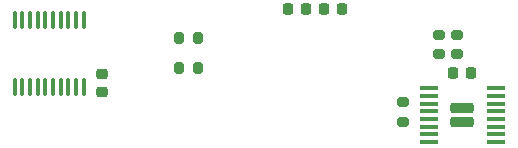
<source format=gtp>
G04 #@! TF.GenerationSoftware,KiCad,Pcbnew,9.0.3*
G04 #@! TF.CreationDate,2025-07-11T16:30:41-04:00*
G04 #@! TF.ProjectId,main,6d61696e-2e6b-4696-9361-645f70636258,rev?*
G04 #@! TF.SameCoordinates,Original*
G04 #@! TF.FileFunction,Paste,Top*
G04 #@! TF.FilePolarity,Positive*
%FSLAX46Y46*%
G04 Gerber Fmt 4.6, Leading zero omitted, Abs format (unit mm)*
G04 Created by KiCad (PCBNEW 9.0.3) date 2025-07-11 16:30:41*
%MOMM*%
%LPD*%
G01*
G04 APERTURE LIST*
G04 Aperture macros list*
%AMRoundRect*
0 Rectangle with rounded corners*
0 $1 Rounding radius*
0 $2 $3 $4 $5 $6 $7 $8 $9 X,Y pos of 4 corners*
0 Add a 4 corners polygon primitive as box body*
4,1,4,$2,$3,$4,$5,$6,$7,$8,$9,$2,$3,0*
0 Add four circle primitives for the rounded corners*
1,1,$1+$1,$2,$3*
1,1,$1+$1,$4,$5*
1,1,$1+$1,$6,$7*
1,1,$1+$1,$8,$9*
0 Add four rect primitives between the rounded corners*
20,1,$1+$1,$2,$3,$4,$5,0*
20,1,$1+$1,$4,$5,$6,$7,0*
20,1,$1+$1,$6,$7,$8,$9,0*
20,1,$1+$1,$8,$9,$2,$3,0*%
G04 Aperture macros list end*
%ADD10RoundRect,0.225000X-0.225000X-0.250000X0.225000X-0.250000X0.225000X0.250000X-0.225000X0.250000X0*%
%ADD11RoundRect,0.200000X0.200000X0.275000X-0.200000X0.275000X-0.200000X-0.275000X0.200000X-0.275000X0*%
%ADD12RoundRect,0.200000X-0.275000X0.200000X-0.275000X-0.200000X0.275000X-0.200000X0.275000X0.200000X0*%
%ADD13RoundRect,0.200000X0.275000X-0.200000X0.275000X0.200000X-0.275000X0.200000X-0.275000X-0.200000X0*%
%ADD14RoundRect,0.225000X0.225000X0.250000X-0.225000X0.250000X-0.225000X-0.250000X0.225000X-0.250000X0*%
%ADD15RoundRect,0.225000X-0.250000X0.225000X-0.250000X-0.225000X0.250000X-0.225000X0.250000X0.225000X0*%
%ADD16RoundRect,0.100000X0.100000X-0.637500X0.100000X0.637500X-0.100000X0.637500X-0.100000X-0.637500X0*%
%ADD17RoundRect,0.232500X0.757500X0.232500X-0.757500X0.232500X-0.757500X-0.232500X0.757500X-0.232500X0*%
%ADD18RoundRect,0.100000X0.687500X0.100000X-0.687500X0.100000X-0.687500X-0.100000X0.687500X-0.100000X0*%
G04 APERTURE END LIST*
D10*
X146700000Y-81950000D03*
X148250000Y-81950000D03*
D11*
X125150000Y-79000000D03*
X123500000Y-79000000D03*
D12*
X142500000Y-84420000D03*
X142500000Y-86070000D03*
D13*
X147050000Y-80325000D03*
X147050000Y-78675000D03*
D11*
X125150000Y-81500000D03*
X123500000Y-81500000D03*
D14*
X134250000Y-76500000D03*
X132700000Y-76500000D03*
D13*
X145500000Y-80325000D03*
X145500000Y-78675000D03*
D15*
X117000000Y-82000000D03*
X117000000Y-83550000D03*
D16*
X109600000Y-83137500D03*
X110250000Y-83137500D03*
X110900000Y-83137500D03*
X111550000Y-83137500D03*
X112200000Y-83137500D03*
X112850000Y-83137500D03*
X113500000Y-83137500D03*
X114150000Y-83137500D03*
X114800000Y-83137500D03*
X115450000Y-83137500D03*
X115450000Y-77412500D03*
X114800000Y-77412500D03*
X114150000Y-77412500D03*
X113500000Y-77412500D03*
X112850000Y-77412500D03*
X112200000Y-77412500D03*
X111550000Y-77412500D03*
X110900000Y-77412500D03*
X110250000Y-77412500D03*
X109600000Y-77412500D03*
D10*
X135750000Y-76500000D03*
X137300000Y-76500000D03*
D17*
X147500000Y-86080000D03*
X147500000Y-84920000D03*
D18*
X150362500Y-87775000D03*
X150362500Y-87125000D03*
X150362500Y-86475000D03*
X150362500Y-85825000D03*
X150362500Y-85175000D03*
X150362500Y-84525000D03*
X150362500Y-83875000D03*
X150362500Y-83225000D03*
X144637500Y-83225000D03*
X144637500Y-83875000D03*
X144637500Y-84525000D03*
X144637500Y-85175000D03*
X144637500Y-85825000D03*
X144637500Y-86475000D03*
X144637500Y-87125000D03*
X144637500Y-87775000D03*
M02*

</source>
